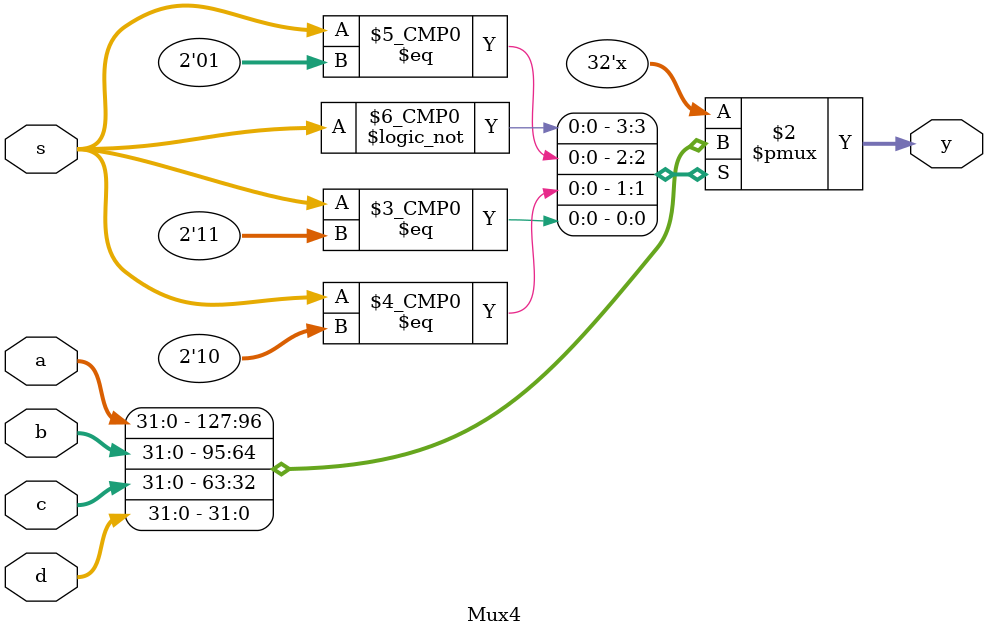
<source format=v>
module Mux(a, b, s, c);
    input [31:0] a, b;
    input s;
    output [31:0] c;
    
    assign c = s ? b : a;
endmodule

module Mux4(a, b, c, d, s, y);
    input [31:0] a, b, c, d;
    input [1:0] s;
    output reg [31:0] y;
    
    always @(*) begin
        case(s)
            2'b00: y = a;  // ALU Result
            2'b01: y = b;  // Memory
            2'b10: y = c;  // PC+4
            2'b11: y = d;  // Immediate (LUI)
        endcase
    end
endmodule

</source>
